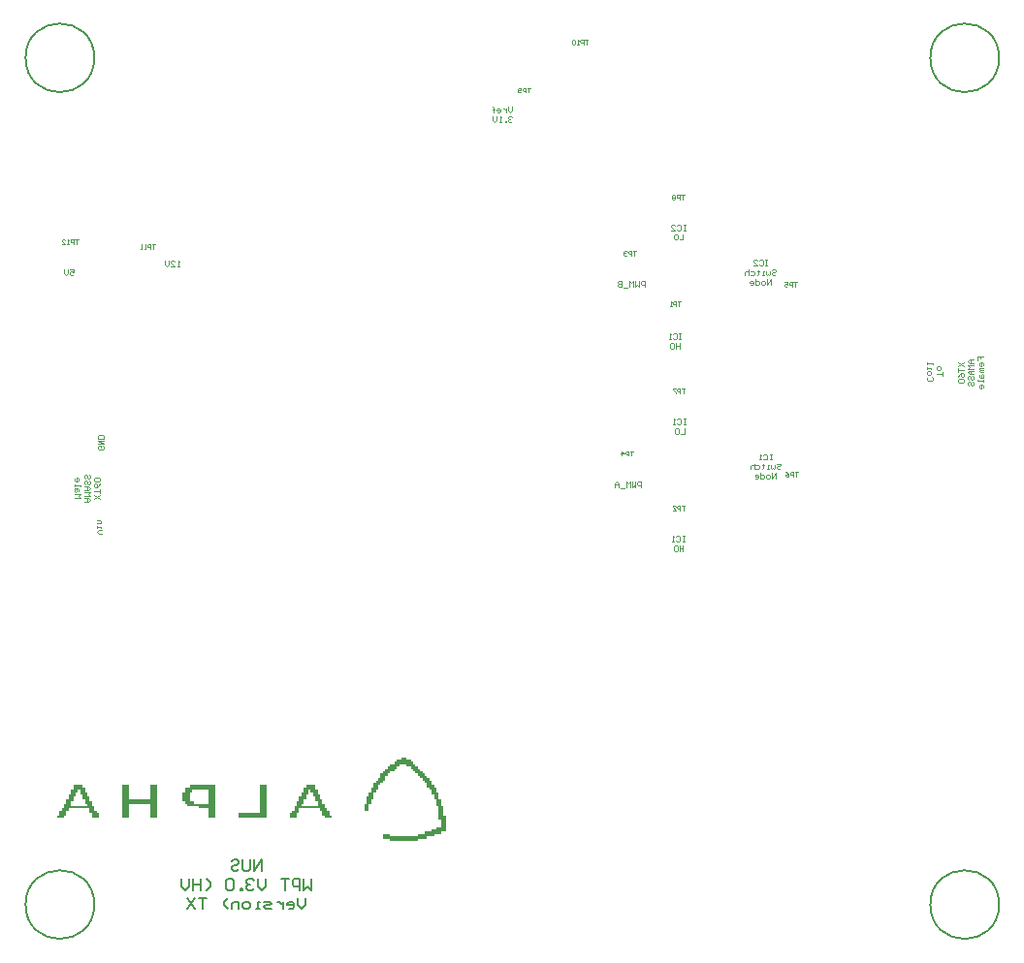
<source format=gbo>
G04*
G04 #@! TF.GenerationSoftware,Altium Limited,Altium Designer,21.6.4 (81)*
G04*
G04 Layer_Color=32896*
%FSLAX44Y44*%
%MOMM*%
G71*
G04*
G04 #@! TF.SameCoordinates,6345E517-F44B-4F0B-96C8-749CB5923BEE*
G04*
G04*
G04 #@! TF.FilePolarity,Positive*
G04*
G01*
G75*
%ADD10C,0.2000*%
%ADD12C,0.1000*%
G36*
X49800Y132400D02*
X51832D01*
Y130368D01*
Y128336D01*
X53864D01*
Y126304D01*
Y124272D01*
X55896D01*
Y122240D01*
Y120208D01*
X57928D01*
Y118176D01*
Y116144D01*
X59960D01*
Y114112D01*
Y112080D01*
X61992D01*
Y110048D01*
X64024D01*
Y108016D01*
Y105984D01*
X57928D01*
Y108016D01*
Y110048D01*
X55896D01*
Y112080D01*
Y114112D01*
X37608D01*
Y112080D01*
X35576D01*
Y110048D01*
Y108016D01*
X33544D01*
Y105984D01*
X27448D01*
Y108016D01*
X29480D01*
Y110048D01*
Y112080D01*
X31512D01*
Y114112D01*
X33544D01*
Y116144D01*
Y118176D01*
X35576D01*
Y120208D01*
Y122240D01*
X37608D01*
Y124272D01*
Y126304D01*
X39640D01*
Y128336D01*
Y130368D01*
X41672D01*
Y132400D01*
Y134432D01*
X49800D01*
Y132400D01*
D02*
G37*
G36*
X114824D02*
Y130368D01*
Y128336D01*
Y126304D01*
Y124272D01*
Y122240D01*
Y120208D01*
Y118176D01*
Y116144D01*
Y114112D01*
Y112080D01*
Y110048D01*
Y108016D01*
Y105984D01*
X108728D01*
Y108016D01*
Y110048D01*
Y112080D01*
Y114112D01*
Y116144D01*
Y118176D01*
X90440D01*
Y116144D01*
Y114112D01*
Y112080D01*
Y110048D01*
Y108016D01*
Y105984D01*
X84344D01*
Y108016D01*
Y110048D01*
Y112080D01*
Y114112D01*
Y116144D01*
Y118176D01*
Y120208D01*
Y122240D01*
Y124272D01*
Y126304D01*
Y128336D01*
Y130368D01*
Y132400D01*
Y134432D01*
X90440D01*
Y132400D01*
Y130368D01*
Y128336D01*
Y126304D01*
Y124272D01*
Y122240D01*
X108728D01*
Y124272D01*
Y126304D01*
Y128336D01*
Y130368D01*
Y132400D01*
Y134432D01*
X114824D01*
Y132400D01*
D02*
G37*
G36*
X165624D02*
Y130368D01*
Y128336D01*
Y126304D01*
Y124272D01*
Y122240D01*
Y120208D01*
Y118176D01*
Y116144D01*
Y114112D01*
Y112080D01*
Y110048D01*
Y108016D01*
Y105984D01*
X159528D01*
Y108016D01*
Y110048D01*
Y112080D01*
Y114112D01*
X151400D01*
Y116144D01*
X141240D01*
Y118176D01*
X139208D01*
Y120208D01*
X137176D01*
Y122240D01*
Y124272D01*
Y126304D01*
Y128336D01*
X139208D01*
Y130368D01*
Y132400D01*
X143272D01*
Y134432D01*
X165624D01*
Y132400D01*
D02*
G37*
G36*
X210328D02*
Y130368D01*
Y128336D01*
Y126304D01*
Y124272D01*
Y122240D01*
Y120208D01*
Y118176D01*
Y116144D01*
Y114112D01*
Y112080D01*
Y110048D01*
Y108016D01*
Y105984D01*
X185944D01*
Y108016D01*
Y110048D01*
X204232D01*
Y112080D01*
Y114112D01*
Y116144D01*
Y118176D01*
Y120208D01*
Y122240D01*
Y124272D01*
Y126304D01*
Y128336D01*
Y130368D01*
Y132400D01*
Y134432D01*
X210328D01*
Y132400D01*
D02*
G37*
G36*
X253000D02*
Y130368D01*
X255032D01*
Y128336D01*
Y126304D01*
X257064D01*
Y124272D01*
Y122240D01*
X259096D01*
Y120208D01*
Y118176D01*
X261128D01*
Y116144D01*
Y114112D01*
X263160D01*
Y112080D01*
X265192D01*
Y110048D01*
Y108016D01*
X267224D01*
Y105984D01*
X261128D01*
Y108016D01*
X259096D01*
Y110048D01*
Y112080D01*
X257064D01*
Y114112D01*
X238776D01*
Y112080D01*
Y110048D01*
X236744D01*
Y108016D01*
Y105984D01*
X230648D01*
Y108016D01*
Y110048D01*
X232680D01*
Y112080D01*
X234712D01*
Y114112D01*
Y116144D01*
X236744D01*
Y118176D01*
Y120208D01*
X238776D01*
Y122240D01*
Y124272D01*
X240808D01*
Y126304D01*
Y128336D01*
X242840D01*
Y130368D01*
Y132400D01*
X244872D01*
Y134432D01*
X253000D01*
Y132400D01*
D02*
G37*
G36*
X332248Y156784D02*
X336312D01*
Y154752D01*
X338344D01*
Y152720D01*
X340376D01*
Y150688D01*
X342408D01*
Y148656D01*
X344440D01*
Y146624D01*
X346472D01*
Y144592D01*
X348504D01*
Y142560D01*
X350536D01*
Y140528D01*
X352568D01*
Y138496D01*
X354600D01*
Y136464D01*
Y134432D01*
X356632D01*
Y132400D01*
X358664D01*
Y130368D01*
Y128336D01*
X360696D01*
Y126304D01*
Y124272D01*
Y122240D01*
X362728D01*
Y120208D01*
Y118176D01*
Y116144D01*
X364760D01*
Y114112D01*
Y112080D01*
Y110048D01*
Y108016D01*
X366792D01*
Y105984D01*
Y103952D01*
Y101920D01*
Y99888D01*
Y97856D01*
Y95824D01*
Y93792D01*
X362728D01*
Y91760D01*
X356632D01*
Y89728D01*
X350536D01*
Y87696D01*
X342408D01*
Y85664D01*
X318024D01*
Y87696D01*
X311928D01*
Y89728D01*
Y91760D01*
X318024D01*
Y89728D01*
X342408D01*
Y91760D01*
X348504D01*
Y93792D01*
X354600D01*
Y95824D01*
X358664D01*
Y97856D01*
X362728D01*
Y99888D01*
Y101920D01*
Y103952D01*
X360696D01*
Y105984D01*
Y108016D01*
Y110048D01*
Y112080D01*
Y114112D01*
Y116144D01*
X358664D01*
Y118176D01*
Y120208D01*
Y122240D01*
X356632D01*
Y124272D01*
Y126304D01*
X354600D01*
Y128336D01*
Y130368D01*
X352568D01*
Y132400D01*
X350536D01*
Y134432D01*
Y136464D01*
X348504D01*
Y138496D01*
X346472D01*
Y140528D01*
X344440D01*
Y142560D01*
X342408D01*
Y144592D01*
X340376D01*
Y146624D01*
X338344D01*
Y148656D01*
X336312D01*
Y150688D01*
X332248D01*
Y152720D01*
X326152D01*
Y150688D01*
X324120D01*
Y148656D01*
X322088D01*
Y146624D01*
X318024D01*
Y144592D01*
X315992D01*
Y142560D01*
X313960D01*
Y140528D01*
Y138496D01*
X311928D01*
Y136464D01*
X309896D01*
Y134432D01*
X307864D01*
Y132400D01*
Y130368D01*
X305832D01*
Y128336D01*
X303800D01*
Y126304D01*
Y124272D01*
Y122240D01*
X301768D01*
Y120208D01*
Y118176D01*
X299736D01*
Y116144D01*
Y114112D01*
Y112080D01*
X295672D01*
Y114112D01*
Y116144D01*
Y118176D01*
X297704D01*
Y120208D01*
Y122240D01*
Y124272D01*
X299736D01*
Y126304D01*
Y128336D01*
X301768D01*
Y130368D01*
Y132400D01*
X303800D01*
Y134432D01*
Y136464D01*
X305832D01*
Y138496D01*
X307864D01*
Y140528D01*
X309896D01*
Y142560D01*
Y144592D01*
X311928D01*
Y146624D01*
X313960D01*
Y148656D01*
X315992D01*
Y150688D01*
X318024D01*
Y152720D01*
X322088D01*
Y154752D01*
X324120D01*
Y156784D01*
X328184D01*
Y158816D01*
X332248D01*
Y156784D01*
D02*
G37*
%LPC*%
G36*
X47768Y130368D02*
X45736D01*
Y128336D01*
X43704D01*
Y126304D01*
Y124272D01*
X41672D01*
Y122240D01*
Y120208D01*
X39640D01*
Y118176D01*
Y116144D01*
X53864D01*
Y118176D01*
X51832D01*
Y120208D01*
Y122240D01*
X49800D01*
Y124272D01*
Y126304D01*
X47768D01*
Y128336D01*
Y130368D01*
D02*
G37*
G36*
X159528D02*
X145304D01*
Y128336D01*
X143272D01*
Y126304D01*
Y124272D01*
Y122240D01*
Y120208D01*
X147336D01*
Y118176D01*
X159528D01*
Y120208D01*
Y122240D01*
Y124272D01*
Y126304D01*
Y128336D01*
Y130368D01*
D02*
G37*
G36*
X248936D02*
X246904D01*
Y128336D01*
Y126304D01*
X244872D01*
Y124272D01*
Y122240D01*
X242840D01*
Y120208D01*
Y118176D01*
X240808D01*
Y116144D01*
X255032D01*
Y118176D01*
Y120208D01*
X253000D01*
Y122240D01*
Y124272D01*
X250968D01*
Y126304D01*
Y128336D01*
X248936D01*
Y130368D01*
D02*
G37*
%LPD*%
D10*
X850000Y770000D02*
G03*
X850000Y770000I-30000J0D01*
G01*
X60000Y30000D02*
G03*
X60000Y30000I-30000J0D01*
G01*
Y770000D02*
G03*
X60000Y770000I-30000J0D01*
G01*
X850000Y30000D02*
G03*
X850000Y30000I-30000J0D01*
G01*
X206329Y59592D02*
Y69589D01*
X199664Y59592D01*
Y69589D01*
X196332D02*
Y61258D01*
X194666Y59592D01*
X191334D01*
X189668Y61258D01*
Y69589D01*
X179671Y67923D02*
X181337Y69589D01*
X184669D01*
X186336Y67923D01*
Y66257D01*
X184669Y64591D01*
X181337D01*
X179671Y62924D01*
Y61258D01*
X181337Y59592D01*
X184669D01*
X186336Y61258D01*
X249648Y52793D02*
Y42796D01*
X246316Y46128D01*
X242984Y42796D01*
Y52793D01*
X239652Y42796D02*
Y52793D01*
X234653D01*
X232987Y51127D01*
Y47794D01*
X234653Y46128D01*
X239652D01*
X229655Y52793D02*
X222990D01*
X226323D01*
Y42796D01*
X209661Y52793D02*
Y46128D01*
X206329Y42796D01*
X202997Y46128D01*
Y52793D01*
X199664Y51127D02*
X197998Y52793D01*
X194666D01*
X193000Y51127D01*
Y49461D01*
X194666Y47794D01*
X196332D01*
X194666D01*
X193000Y46128D01*
Y44462D01*
X194666Y42796D01*
X197998D01*
X199664Y44462D01*
X189668Y42796D02*
Y44462D01*
X188002D01*
Y42796D01*
X189668D01*
X181337Y51127D02*
X179671Y52793D01*
X176339D01*
X174673Y51127D01*
Y44462D01*
X176339Y42796D01*
X179671D01*
X181337Y44462D01*
Y51127D01*
X158011Y42796D02*
X161343Y46128D01*
Y49461D01*
X158011Y52793D01*
X153013D02*
Y42796D01*
Y47794D01*
X146348D01*
Y52793D01*
Y42796D01*
X143016Y52793D02*
Y46128D01*
X139684Y42796D01*
X136352Y46128D01*
Y52793D01*
X244650Y35997D02*
Y29332D01*
X241318Y26000D01*
X237985Y29332D01*
Y35997D01*
X229655Y26000D02*
X232987D01*
X234653Y27666D01*
Y30998D01*
X232987Y32664D01*
X229655D01*
X227989Y30998D01*
Y29332D01*
X234653D01*
X224656Y32664D02*
Y26000D01*
Y29332D01*
X222990Y30998D01*
X221324Y32664D01*
X219658D01*
X214660Y26000D02*
X209661D01*
X207995Y27666D01*
X209661Y29332D01*
X212994D01*
X214660Y30998D01*
X212994Y32664D01*
X207995D01*
X204663Y26000D02*
X201331D01*
X202997D01*
Y32664D01*
X204663D01*
X194666Y26000D02*
X191334D01*
X189668Y27666D01*
Y30998D01*
X191334Y32664D01*
X194666D01*
X196332Y30998D01*
Y27666D01*
X194666Y26000D01*
X186336D02*
Y32664D01*
X181337D01*
X179671Y30998D01*
Y26000D01*
X176339D02*
X173006Y29332D01*
Y32664D01*
X176339Y35997D01*
X158011D02*
X151347D01*
X154679D01*
Y26000D01*
X148014Y35997D02*
X141350Y26000D01*
Y35997D02*
X148014Y26000D01*
D12*
X64794Y384836D02*
X59796Y388169D01*
X64794D02*
X59796Y384836D01*
X64794Y389835D02*
Y393167D01*
Y391501D01*
X59796D01*
X64794Y398165D02*
X63961Y396499D01*
X62295Y394833D01*
X60629D01*
X59796Y395666D01*
Y397332D01*
X60629Y398165D01*
X61462D01*
X62295Y397332D01*
Y394833D01*
X63961Y399831D02*
X64794Y400664D01*
Y402331D01*
X63961Y403164D01*
X60629D01*
X59796Y402331D01*
Y400664D01*
X60629Y399831D01*
X63961D01*
X51398Y382337D02*
X54730D01*
X56396Y384003D01*
X54730Y385669D01*
X51398D01*
X53897D01*
Y382337D01*
X51398Y387336D02*
X56396D01*
X54730Y389002D01*
X56396Y390668D01*
X51398D01*
Y392334D02*
X54730D01*
X56396Y394000D01*
X54730Y395666D01*
X51398D01*
X53897D01*
Y392334D01*
X55563Y400664D02*
X56396Y399831D01*
Y398165D01*
X55563Y397332D01*
X54730D01*
X53897Y398165D01*
Y399831D01*
X53064Y400664D01*
X52231D01*
X51398Y399831D01*
Y398165D01*
X52231Y397332D01*
X55563Y405663D02*
X56396Y404830D01*
Y403164D01*
X55563Y402331D01*
X54730D01*
X53897Y403164D01*
Y404830D01*
X53064Y405663D01*
X52231D01*
X51398Y404830D01*
Y403164D01*
X52231Y402331D01*
X43000Y385253D02*
X47998D01*
X46332Y386919D01*
X47998Y388585D01*
X43000D01*
X46332Y391084D02*
Y392750D01*
X45499Y393583D01*
X43000D01*
Y391084D01*
X43833Y390251D01*
X44666Y391084D01*
Y393583D01*
X43000Y395250D02*
Y396916D01*
Y396083D01*
X47998D01*
Y395250D01*
X43000Y401914D02*
Y400248D01*
X43833Y399415D01*
X45499D01*
X46332Y400248D01*
Y401914D01*
X45499Y402747D01*
X44666D01*
Y399415D01*
X66998Y353752D02*
X63666D01*
X62000Y355418D01*
X63666Y357084D01*
X66998D01*
X62000Y358750D02*
Y360417D01*
Y359584D01*
X65332D01*
Y358750D01*
X62000Y362916D02*
X65332D01*
Y365415D01*
X64499Y366248D01*
X62000D01*
X800396Y491835D02*
Y495167D01*
Y493501D01*
X795398D01*
Y497666D02*
Y499332D01*
X796231Y500165D01*
X797897D01*
X798730Y499332D01*
Y497666D01*
X797897Y496833D01*
X796231D01*
X795398Y497666D01*
X791165Y491418D02*
X791998Y490585D01*
Y488919D01*
X791165Y488086D01*
X787833D01*
X787000Y488919D01*
Y490585D01*
X787833Y491418D01*
X787000Y493917D02*
Y495583D01*
X787833Y496417D01*
X789499D01*
X790332Y495583D01*
Y493917D01*
X789499Y493084D01*
X787833D01*
X787000Y493917D01*
Y498083D02*
Y499749D01*
Y498916D01*
X790332D01*
Y498083D01*
X787000Y502248D02*
Y503914D01*
Y503081D01*
X791998D01*
Y502248D01*
X575415Y352396D02*
X573749D01*
X574582D01*
Y347398D01*
X575415D01*
X573749D01*
X567917Y351563D02*
X568750Y352396D01*
X570416D01*
X571250Y351563D01*
Y348231D01*
X570416Y347398D01*
X568750D01*
X567917Y348231D01*
X566251Y347398D02*
X564585D01*
X565418D01*
Y352396D01*
X566251Y351563D01*
X574165Y343998D02*
Y339000D01*
Y341499D01*
X570833D01*
Y343998D01*
Y339000D01*
X566668Y343998D02*
X568334D01*
X569167Y343165D01*
Y339833D01*
X568334Y339000D01*
X566668D01*
X565835Y339833D01*
Y343165D01*
X566668Y343998D01*
X537663Y394833D02*
Y399831D01*
X535164D01*
X534331Y398998D01*
Y397332D01*
X535164Y396499D01*
X537663D01*
X532664Y399831D02*
Y394833D01*
X530998Y396499D01*
X529332Y394833D01*
Y399831D01*
X527666Y394833D02*
Y399831D01*
X526000Y398165D01*
X524334Y399831D01*
Y394833D01*
X522668Y394000D02*
X519336D01*
X517669Y394833D02*
Y398165D01*
X516003Y399831D01*
X514337Y398165D01*
Y394833D01*
Y397332D01*
X517669D01*
X134248Y588000D02*
X132582D01*
X133415D01*
Y592998D01*
X134248Y592165D01*
X126750Y588000D02*
X130083D01*
X126750Y591332D01*
Y592165D01*
X127584Y592998D01*
X129250D01*
X130083Y592165D01*
X125084Y592998D02*
Y589666D01*
X123418Y588000D01*
X121752Y589666D01*
Y592998D01*
X576248Y624396D02*
X574582D01*
X575415D01*
Y619398D01*
X576248D01*
X574582D01*
X568750Y623563D02*
X569584Y624396D01*
X571250D01*
X572083Y623563D01*
Y620231D01*
X571250Y619398D01*
X569584D01*
X568750Y620231D01*
X563752Y619398D02*
X567084D01*
X563752Y622730D01*
Y623563D01*
X564585Y624396D01*
X566251D01*
X567084Y623563D01*
X574165Y615998D02*
Y611000D01*
X570833D01*
X566668Y615998D02*
X568334D01*
X569167Y615165D01*
Y611833D01*
X568334Y611000D01*
X566668D01*
X565835Y611833D01*
Y615165D01*
X566668Y615998D01*
X814206Y504164D02*
X819204Y500831D01*
X814206D02*
X819204Y504164D01*
X814206Y499165D02*
Y495833D01*
Y497499D01*
X819204D01*
X814206Y490835D02*
X815039Y492501D01*
X816705Y494167D01*
X818371D01*
X819204Y493334D01*
Y491668D01*
X818371Y490835D01*
X817538D01*
X816705Y491668D01*
Y494167D01*
X815039Y489169D02*
X814206Y488335D01*
Y486669D01*
X815039Y485836D01*
X818371D01*
X819204Y486669D01*
Y488335D01*
X818371Y489169D01*
X815039D01*
X827602Y506663D02*
X824270D01*
X822604Y504997D01*
X824270Y503331D01*
X827602D01*
X825103D01*
Y506663D01*
X827602Y501665D02*
X822604D01*
X824270Y499998D01*
X822604Y498332D01*
X827602D01*
Y496666D02*
X824270D01*
X822604Y495000D01*
X824270Y493334D01*
X827602D01*
X825103D01*
Y496666D01*
X823437Y488335D02*
X822604Y489169D01*
Y490835D01*
X823437Y491668D01*
X824270D01*
X825103Y490835D01*
Y489169D01*
X825936Y488335D01*
X826769D01*
X827602Y489169D01*
Y490835D01*
X826769Y491668D01*
X823437Y483337D02*
X822604Y484170D01*
Y485836D01*
X823437Y486669D01*
X824270D01*
X825103Y485836D01*
Y484170D01*
X825936Y483337D01*
X826769D01*
X827602Y484170D01*
Y485836D01*
X826769Y486669D01*
X831002Y505413D02*
Y508745D01*
X833501D01*
Y507079D01*
Y508745D01*
X836000D01*
Y501248D02*
Y502914D01*
X835167Y503747D01*
X833501D01*
X832668Y502914D01*
Y501248D01*
X833501Y500415D01*
X834334D01*
Y503747D01*
X836000Y498749D02*
X832668D01*
Y497916D01*
X833501Y497083D01*
X836000D01*
X833501D01*
X832668Y496250D01*
X833501Y495416D01*
X836000D01*
X832668Y492917D02*
Y491251D01*
X833501Y490418D01*
X836000D01*
Y492917D01*
X835167Y493750D01*
X834334Y492917D01*
Y490418D01*
X836000Y488752D02*
Y487086D01*
Y487919D01*
X831002D01*
Y488752D01*
X836000Y482088D02*
Y483754D01*
X835167Y484587D01*
X833501D01*
X832668Y483754D01*
Y482088D01*
X833501Y481255D01*
X834334D01*
Y484587D01*
X67165Y430668D02*
X67998Y429835D01*
Y428169D01*
X67165Y427336D01*
X63833D01*
X63000Y428169D01*
Y429835D01*
X63833Y430668D01*
X65499D01*
Y429002D01*
X63000Y432334D02*
X67998D01*
X63000Y435666D01*
X67998D01*
Y437332D02*
X63000D01*
Y439832D01*
X63833Y440665D01*
X67165D01*
X67998Y439832D01*
Y437332D01*
X424331Y727396D02*
Y724064D01*
X422664Y722398D01*
X420998Y724064D01*
Y727396D01*
X419332Y725730D02*
Y722398D01*
Y724064D01*
X418499Y724897D01*
X417666Y725730D01*
X416833D01*
X411835Y722398D02*
X413501D01*
X414334Y723231D01*
Y724897D01*
X413501Y725730D01*
X411835D01*
X411002Y724897D01*
Y724064D01*
X414334D01*
X408502Y722398D02*
Y726563D01*
Y724897D01*
X409336D01*
X407669D01*
X408502D01*
Y726563D01*
X407669Y727396D01*
X424331Y718165D02*
X423498Y718998D01*
X421831D01*
X420998Y718165D01*
Y717332D01*
X421831Y716499D01*
X422664D01*
X421831D01*
X420998Y715666D01*
Y714833D01*
X421831Y714000D01*
X423498D01*
X424331Y714833D01*
X419332Y714000D02*
Y714833D01*
X418499D01*
Y714000D01*
X419332D01*
X415167D02*
X413501D01*
X414334D01*
Y718998D01*
X415167Y718165D01*
X411002Y718998D02*
Y715666D01*
X409336Y714000D01*
X407669Y715666D01*
Y718998D01*
X572415Y529396D02*
X570749D01*
X571582D01*
Y524398D01*
X572415D01*
X570749D01*
X564917Y528563D02*
X565750Y529396D01*
X567416D01*
X568250Y528563D01*
Y525231D01*
X567416Y524398D01*
X565750D01*
X564917Y525231D01*
X563251Y524398D02*
X561585D01*
X562418D01*
Y529396D01*
X563251Y528563D01*
X571165Y520998D02*
Y516000D01*
Y518499D01*
X567833D01*
Y520998D01*
Y516000D01*
X563668Y520998D02*
X565334D01*
X566167Y520165D01*
Y516833D01*
X565334Y516000D01*
X563668D01*
X562835Y516833D01*
Y520165D01*
X563668Y520998D01*
X651415Y423794D02*
X649749D01*
X650582D01*
Y418796D01*
X651415D01*
X649749D01*
X643917Y422961D02*
X644750Y423794D01*
X646416D01*
X647250Y422961D01*
Y419629D01*
X646416Y418796D01*
X644750D01*
X643917Y419629D01*
X642251Y418796D02*
X640585D01*
X641418D01*
Y423794D01*
X642251Y422961D01*
X655997Y414563D02*
X656830Y415396D01*
X658496D01*
X659329Y414563D01*
Y413730D01*
X658496Y412897D01*
X656830D01*
X655997Y412064D01*
Y411231D01*
X656830Y410398D01*
X658496D01*
X659329Y411231D01*
X654331Y413730D02*
Y411231D01*
X653497Y410398D01*
X652664Y411231D01*
X651831Y410398D01*
X650998Y411231D01*
Y413730D01*
X649332Y410398D02*
X647666D01*
X648499D01*
Y413730D01*
X649332D01*
X644334Y414563D02*
Y413730D01*
X645167D01*
X643501D01*
X644334D01*
Y411231D01*
X643501Y410398D01*
X637669Y413730D02*
X640169D01*
X641002Y412897D01*
Y411231D01*
X640169Y410398D01*
X637669D01*
X636003Y415396D02*
Y410398D01*
Y412897D01*
X635170Y413730D01*
X633504D01*
X632671Y412897D01*
Y410398D01*
X655164Y402000D02*
Y406998D01*
X651831Y402000D01*
Y406998D01*
X649332Y402000D02*
X647666D01*
X646833Y402833D01*
Y404499D01*
X647666Y405332D01*
X649332D01*
X650165Y404499D01*
Y402833D01*
X649332Y402000D01*
X641835Y406998D02*
Y402000D01*
X644334D01*
X645167Y402833D01*
Y404499D01*
X644334Y405332D01*
X641835D01*
X637669Y402000D02*
X639336D01*
X640169Y402833D01*
Y404499D01*
X639336Y405332D01*
X637669D01*
X636836Y404499D01*
Y403666D01*
X640169D01*
X576415Y454396D02*
X574749D01*
X575582D01*
Y449398D01*
X576415D01*
X574749D01*
X568917Y453563D02*
X569750Y454396D01*
X571417D01*
X572250Y453563D01*
Y450231D01*
X571417Y449398D01*
X569750D01*
X568917Y450231D01*
X567251Y449398D02*
X565585D01*
X566418D01*
Y454396D01*
X567251Y453563D01*
X575165Y445998D02*
Y441000D01*
X571833D01*
X567668Y445998D02*
X569334D01*
X570167Y445165D01*
Y441833D01*
X569334Y441000D01*
X567668D01*
X566835Y441833D01*
Y445165D01*
X567668Y445998D01*
X38833Y584998D02*
X42165D01*
Y582499D01*
X40499Y583332D01*
X39666D01*
X38833Y582499D01*
Y580833D01*
X39666Y580000D01*
X41332D01*
X42165Y580833D01*
X37167Y584998D02*
Y581666D01*
X35501Y580000D01*
X33835Y581666D01*
Y584998D01*
X540663Y569833D02*
Y574831D01*
X538164D01*
X537331Y573998D01*
Y572332D01*
X538164Y571499D01*
X540663D01*
X535664Y574831D02*
Y569833D01*
X533998Y571499D01*
X532332Y569833D01*
Y574831D01*
X530666Y569833D02*
Y574831D01*
X529000Y573165D01*
X527334Y574831D01*
Y569833D01*
X525668Y569000D02*
X522336D01*
X520669Y574831D02*
Y569833D01*
X518170D01*
X517337Y570666D01*
Y571499D01*
X518170Y572332D01*
X520669D01*
X518170D01*
X517337Y573165D01*
Y573998D01*
X518170Y574831D01*
X520669D01*
X647779Y593783D02*
X646113D01*
X646946D01*
Y588785D01*
X647779D01*
X646113D01*
X640281Y592950D02*
X641115Y593783D01*
X642781D01*
X643614Y592950D01*
Y589618D01*
X642781Y588785D01*
X641115D01*
X640281Y589618D01*
X635283Y588785D02*
X638615D01*
X635283Y592117D01*
Y592950D01*
X636116Y593783D01*
X637782D01*
X638615Y592950D01*
X651528Y584552D02*
X652361Y585385D01*
X654027D01*
X654860Y584552D01*
Y583719D01*
X654027Y582886D01*
X652361D01*
X651528Y582053D01*
Y581220D01*
X652361Y580387D01*
X654027D01*
X654860Y581220D01*
X649862Y583719D02*
Y581220D01*
X649029Y580387D01*
X648195Y581220D01*
X647363Y580387D01*
X646529Y581220D01*
Y583719D01*
X644863Y580387D02*
X643197D01*
X644030D01*
Y583719D01*
X644863D01*
X639865Y584552D02*
Y583719D01*
X640698D01*
X639032D01*
X639865D01*
Y581220D01*
X639032Y580387D01*
X633200Y583719D02*
X635700D01*
X636533Y582886D01*
Y581220D01*
X635700Y580387D01*
X633200D01*
X631534Y585385D02*
Y580387D01*
Y582886D01*
X630701Y583719D01*
X629035D01*
X628202Y582886D01*
Y580387D01*
X650695Y571989D02*
Y576987D01*
X647362Y571989D01*
Y576987D01*
X644863Y571989D02*
X643197D01*
X642364Y572822D01*
Y574488D01*
X643197Y575321D01*
X644863D01*
X645696Y574488D01*
Y572822D01*
X644863Y571989D01*
X637366Y576987D02*
Y571989D01*
X639865D01*
X640698Y572822D01*
Y574488D01*
X639865Y575321D01*
X637366D01*
X633200Y571989D02*
X634866D01*
X635700Y572822D01*
Y574488D01*
X634866Y575321D01*
X633200D01*
X632367Y574488D01*
Y573655D01*
X635700D01*
X45854Y611166D02*
X43188D01*
X44521D01*
Y607168D01*
X41855D02*
Y611166D01*
X39855D01*
X39189Y610500D01*
Y609167D01*
X39855Y608501D01*
X41855D01*
X37856Y607168D02*
X36523D01*
X37190D01*
Y611166D01*
X37856Y610500D01*
X31858Y607168D02*
X34524D01*
X31858Y609833D01*
Y610500D01*
X32525Y611166D01*
X33858D01*
X34524Y610500D01*
X113032Y607027D02*
X110366D01*
X111699D01*
Y603028D01*
X109033D02*
Y607027D01*
X107034D01*
X106368Y606360D01*
Y605027D01*
X107034Y604361D01*
X109033D01*
X105035Y603028D02*
X103702D01*
X104368D01*
Y607027D01*
X105035Y606360D01*
X101702Y603028D02*
X100370D01*
X101036D01*
Y607027D01*
X101702Y606360D01*
X490998Y785999D02*
X488332D01*
X489665D01*
Y782001D01*
X486999D02*
Y785999D01*
X485000D01*
X484333Y785333D01*
Y784000D01*
X485000Y783334D01*
X486999D01*
X483000Y782001D02*
X481667D01*
X482334D01*
Y785999D01*
X483000Y785333D01*
X479668D02*
X479002Y785999D01*
X477669D01*
X477002Y785333D01*
Y782667D01*
X477669Y782001D01*
X479002D01*
X479668Y782667D01*
Y785333D01*
X440692Y743679D02*
X438026D01*
X439359D01*
Y739680D01*
X436693D02*
Y743679D01*
X434694D01*
X434027Y743012D01*
Y741679D01*
X434694Y741013D01*
X436693D01*
X432695Y740346D02*
X432028Y739680D01*
X430695D01*
X430029Y740346D01*
Y743012D01*
X430695Y743679D01*
X432028D01*
X432695Y743012D01*
Y742346D01*
X432028Y741679D01*
X430029D01*
X575058Y650207D02*
X572392D01*
X573725D01*
Y646208D01*
X571059D02*
Y650207D01*
X569060D01*
X568394Y649540D01*
Y648207D01*
X569060Y647541D01*
X571059D01*
X567061Y649540D02*
X566394Y650207D01*
X565061D01*
X564395Y649540D01*
Y648874D01*
X565061Y648207D01*
X564395Y647541D01*
Y646874D01*
X565061Y646208D01*
X566394D01*
X567061Y646874D01*
Y647541D01*
X566394Y648207D01*
X567061Y648874D01*
Y649540D01*
X566394Y648207D02*
X565061D01*
X575566Y481043D02*
X572900D01*
X574233D01*
Y477044D01*
X571567D02*
Y481043D01*
X569568D01*
X568901Y480376D01*
Y479043D01*
X569568Y478377D01*
X571567D01*
X567569Y481043D02*
X564903D01*
Y480376D01*
X567569Y477710D01*
Y477044D01*
X674332Y407999D02*
X671666D01*
X672999D01*
Y404001D01*
X670333D02*
Y407999D01*
X668334D01*
X667667Y407333D01*
Y406000D01*
X668334Y405334D01*
X670333D01*
X663668Y407999D02*
X665001Y407333D01*
X666334Y406000D01*
Y404667D01*
X665668Y404001D01*
X664335D01*
X663668Y404667D01*
Y405334D01*
X664335Y406000D01*
X666334D01*
X673332Y573999D02*
X670666D01*
X671999D01*
Y570001D01*
X669333D02*
Y573999D01*
X667334D01*
X666667Y573333D01*
Y572000D01*
X667334Y571334D01*
X669333D01*
X662668Y573999D02*
X665334D01*
Y572000D01*
X664001Y572667D01*
X663335D01*
X662668Y572000D01*
Y570667D01*
X663335Y570001D01*
X664668D01*
X665334Y570667D01*
X530608Y426179D02*
X527942D01*
X529275D01*
Y422180D01*
X526609D02*
Y426179D01*
X524610D01*
X523943Y425512D01*
Y424179D01*
X524610Y423513D01*
X526609D01*
X520611Y422180D02*
Y426179D01*
X522611Y424179D01*
X519945D01*
X533148Y601185D02*
X530482D01*
X531815D01*
Y597186D01*
X529149D02*
Y601185D01*
X527150D01*
X526483Y600518D01*
Y599185D01*
X527150Y598519D01*
X529149D01*
X525151Y600518D02*
X524484Y601185D01*
X523151D01*
X522485Y600518D01*
Y599852D01*
X523151Y599185D01*
X523818D01*
X523151D01*
X522485Y598519D01*
Y597852D01*
X523151Y597186D01*
X524484D01*
X525151Y597852D01*
X575566Y378681D02*
X572900D01*
X574233D01*
Y374682D01*
X571567D02*
Y378681D01*
X569568D01*
X568901Y378014D01*
Y376681D01*
X569568Y376015D01*
X571567D01*
X564903Y374682D02*
X567569D01*
X564903Y377348D01*
Y378014D01*
X565569Y378681D01*
X566902D01*
X567569Y378014D01*
X572010Y556989D02*
X569344D01*
X570677D01*
Y552990D01*
X568011D02*
Y556989D01*
X566012D01*
X565345Y556322D01*
Y554989D01*
X566012Y554323D01*
X568011D01*
X564013Y552990D02*
X562680D01*
X563346D01*
Y556989D01*
X564013Y556322D01*
M02*

</source>
